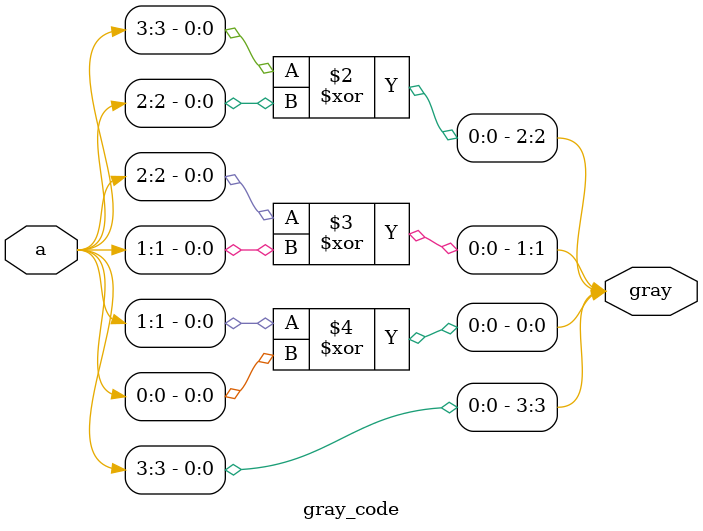
<source format=v>
module gray_code(input[3:0] a,output reg[3:0] gray );

// g[0] = b[0] xor b[1] 
// g[1] = b[1] xor b[2] 
// g[2] = b[2] xor b[3]
// g[3] = b[3]

always @(*)begin
 gray[3] = a[3];
 gray[2] = a[3] ^ a[2];
 gray[1] = a[2] ^ a[1];
 gray[0] = a[1] ^ a[0];
end 
 
endmodule
</source>
